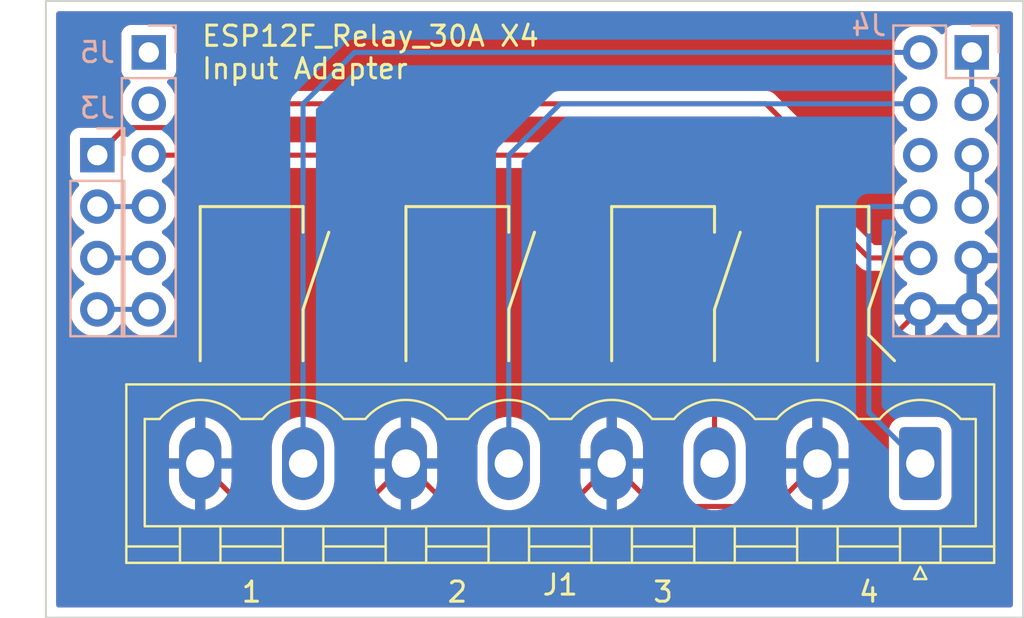
<source format=kicad_pcb>
(kicad_pcb (version 20211014) (generator pcbnew)
  (title_block (comment 4 "AISLER Project ID: AGERLVOA"))
  (layers (0 "F.Cu" signal) (31 "B.Cu" signal) (34 "B.Paste" user) (35 "F.Paste" user) (36 "B.SilkS" user "B.Silkscreen") (37 "F.SilkS" user "F.Silkscreen") (38 "B.Mask" user) (39 "F.Mask" user) (44 "Edge.Cuts" user))
  (net 0 "")
  (net 1 "Input 1")
  (net 2 "GND")
  (net 3 "Input 2")
  (net 4 "Input 3")
  (net 5 "Input 4")
  (net 6 "Relays 1")
  (net 7 "Relays 2")
  (net 8 "Relays 3")
  (net 9 "Relays 4")
  (net 10 "+3V3")
  (net 12 "+5V")
  (footprint "Connector_Phoenix_MSTB:PhoenixContact_MSTBVA_2,5_8-G-5,08_1x08_P5.08mm_Vertical" (layer "F.Cu") (at 185.42 99.06 180)
    (fp_text reference "J1" (at 17.78 -6) (layer "F.SilkS"))
    (fp_text value "Conn_01x08")
    (fp_line (start 21.32 -3.1) (end 19.32 -3.1) (layer "F.SilkS") (width 0.12))
    (fp_line (start 39.21 3.91) (end 39.21 -4.91) (layer "F.SilkS") (width 0.12))
    (fp_line (start 21.32 -4.1) (end 24.4 -4.1) (layer "F.SilkS") (width 0.12))
    (fp_line (start 24.4 -3.1) (end 24.4 -4.91) (layer "F.SilkS") (width 0.12))
    (fp_line (start 16.24 -4.1) (end 19.32 -4.1) (layer "F.SilkS") (width 0.12))
    (fp_line (start 19.32 -4.91) (end 21.32 -4.91) (layer "F.SilkS") (width 0.12))
    (fp_line (start -0.3 -5.71) (end 0.3 -5.71) (layer "F.SilkS") (width 0.12))
    (fp_line (start 29.48 -4.91) (end 31.48 -4.91) (layer "F.SilkS") (width 0.12))
    (fp_line (start -3.65 -4.91) (end -3.65 3.91) (layer "F.SilkS") (width 0.12))
    (fp_line (start -1 -3.1) (end -1 -4.91) (layer "F.SilkS") (width 0.12))
    (fp_line (start 31.48 -3.1) (end 29.48 -3.1) (layer "F.SilkS") (width 0.12))
    (fp_line (start 16.24 -3.1) (end 14.24 -3.1) (layer "F.SilkS") (width 0.12))
    (fp_line (start 2 2.2) (end 3.08 2.2) (layer "F.SilkS") (width 0.12))
    (fp_line (start 22.32 2.2) (end 23.4 2.2) (layer "F.SilkS") (width 0.12))
    (fp_line (start 39.21 -4.91) (end -3.65 -4.91) (layer "F.SilkS") (width 0.12))
    (fp_line (start 24.4 -4.91) (end 26.4 -4.91) (layer "F.SilkS") (width 0.12))
    (fp_line (start 36.56 -4.91) (end 36.56 -3.1) (layer "F.SilkS") (width 0.12))
    (fp_line (start 34.56 -3.1) (end 34.56 -4.91) (layer "F.SilkS") (width 0.12))
    (fp_line (start 6.08 -4.91) (end 6.08 -3.1) (layer "F.SilkS") (width 0.12))
    (fp_line (start 0.3 -5.71) (end 0 -5.11) (layer "F.SilkS") (width 0.12))
    (fp_line (start 19.32 -3.1) (end 19.32 -4.91) (layer "F.SilkS") (width 0.12))
    (fp_line (start 26.4 -4.1) (end 29.48 -4.1) (layer "F.SilkS") (width 0.12))
    (fp_line (start 29.48 -3.1) (end 29.48 -4.91) (layer "F.SilkS") (width 0.12))
    (fp_line (start 6.08 -4.1) (end 9.16 -4.1) (layer "F.SilkS") (width 0.12))
    (fp_line (start 31.48 -4.1) (end 34.56 -4.1) (layer "F.SilkS") (width 0.12))
    (fp_line (start -2.74 2.2) (end -2.74 -3.1) (layer "F.SilkS") (width 0.12))
    (fp_line (start 4.08 -3.1) (end 4.08 -4.91) (layer "F.SilkS") (width 0.12))
    (fp_line (start 7.08 2.2) (end 8.16 2.2) (layer "F.SilkS") (width 0.12))
    (fp_line (start -2 2.2) (end -2.74 2.2) (layer "F.SilkS") (width 0.12))
    (fp_line (start -3.65 -4.1) (end -1.11 -4.1) (layer "F.SilkS") (width 0.12))
    (fp_line (start 27.4 2.2) (end 28.48 2.2) (layer "F.SilkS") (width 0.12))
    (fp_line (start 11.16 -4.91) (end 11.16 -3.1) (layer "F.SilkS") (width 0.12))
    (fp_line (start -2.74 -3.1) (end 38.3 -3.1) (layer "F.SilkS") (width 0.12))
    (fp_line (start 38.3 -3.1) (end 38.3 2.2) (layer "F.SilkS") (width 0.12))
    (fp_line (start 9.16 -4.91) (end 11.16 -4.91) (layer "F.SilkS") (width 0.12))
    (fp_line (start 6.08 -3.1) (end 4.08 -3.1) (layer "F.SilkS") (width 0.12))
    (fp_line (start 9.16 -3.1) (end 9.16 -4.91) (layer "F.SilkS") (width 0.12))
    (fp_line (start 26.4 -3.1) (end 24.4 -3.1) (layer "F.SilkS") (width 0.12))
    (fp_line (start 36.56 -3.1) (end 34.56 -3.1) (layer "F.SilkS") (width 0.12))
    (fp_line (start -1 -4.91) (end 1 -4.91) (layer "F.SilkS") (width 0.12))
    (fp_line (start 0 -5.11) (end -0.3 -5.71) (layer "F.SilkS") (width 0.12))
    (fp_line (start 26.4 -4.91) (end 26.4 -3.1) (layer "F.SilkS") (width 0.12))
    (fp_line (start 16.24 -4.91) (end 16.24 -3.1) (layer "F.SilkS") (width 0.12))
    (fp_line (start 34.56 -4.91) (end 36.56 -4.91) (layer "F.SilkS") (width 0.12))
    (fp_line (start 31.48 -4.91) (end 31.48 -3.1) (layer "F.SilkS") (width 0.12))
    (fp_line (start 21.32 -4.91) (end 21.32 -3.1) (layer "F.SilkS") (width 0.12))
    (fp_line (start 1 -4.91) (end 1 -3.1) (layer "F.SilkS") (width 0.12))
    (fp_line (start 4.08 -4.91) (end 6.08 -4.91) (layer "F.SilkS") (width 0.12))
    (fp_line (start 17.24 2.2) (end 18.32 2.2) (layer "F.SilkS") (width 0.12))
    (fp_line (start 14.24 -4.91) (end 16.24 -4.91) (layer "F.SilkS") (width 0.12))
    (fp_line (start 32.48 2.2) (end 33.56 2.2) (layer "F.SilkS") (width 0.12))
    (fp_line (start 1 -4.1) (end 4.08 -4.1) (layer "F.SilkS") (width 0.12))
    (fp_line (start 14.24 -3.1) (end 14.24 -4.91) (layer "F.SilkS") (width 0.12))
    (fp_line (start 1 -3.1) (end -1 -3.1) (layer "F.SilkS") (width 0.12))
    (fp_line (start 11.16 -3.1) (end 9.16 -3.1) (layer "F.SilkS") (width 0.12))
    (fp_line (start 38.3 2.2) (end 37.56 2.2) (layer "F.SilkS") (width 0.12))
    (fp_line (start 39.21 -4.1) (end 36.67 -4.1) (layer "F.SilkS") (width 0.12))
    (fp_line (start 12.16 2.2) (end 13.24 2.2) (layer "F.SilkS") (width 0.12))
    (fp_line (start -3.65 3.91) (end 39.21 3.91) (layer "F.SilkS") (width 0.12))
    (fp_line (start 11.16 -4.1) (end 14.24 -4.1) (layer "F.SilkS") (width 0.12))
    (fp_arc (start 37.546842 2.215821) (mid 35.549711 3.142758) (end 33.56 2.2) (layer "F.SilkS") (width 0.12))
    (fp_arc (start 12.146842 2.215821) (mid 10.149711 3.142758) (end 8.16 2.2) (layer "F.SilkS") (width 0.12))
    (fp_arc (start 7.066842 2.215821) (mid 5.069711 3.142758) (end 3.08 2.2) (layer "F.SilkS") (width 0.12))
    (fp_arc (start 1.986842 2.215821) (mid -0.010289 3.142758) (end -2 2.2) (layer "F.SilkS") (width 0.12))
    (fp_arc (start 22.306842 2.215821) (mid 20.309711 3.142758) (end 18.32 2.2) (layer "F.SilkS") (width 0.12))
    (fp_arc (start 32.466842 2.215821) (mid 30.469711 3.142758) (end 28.48 2.2) (layer "F.SilkS") (width 0.12))
    (fp_arc (start 27.386842 2.215821) (mid 25.389711 3.142758) (end 23.4 2.2) (layer "F.SilkS") (width 0.12))
    (fp_arc (start 17.226842 2.215821) (mid 15.229711 3.142758) (end 13.24 2.2) (layer "F.SilkS") (width 0.12))
    (pad "1" thru_hole roundrect (at 0 0 180) (size 2.08 3.6) (drill 1.4) (layers *.Cu *.Mask) (roundrect_rratio 0.1201918269) (net 5 "Input 4"))
    (pad "2" thru_hole oval (at 5.08 0 180) (size 2.08 3.6) (drill 1.4) (layers *.Cu *.Mask) (net 2 "GND"))
    (pad "3" thru_hole oval (at 10.16 0 180) (size 2.08 3.6) (drill 1.4) (layers *.Cu *.Mask) (net 4 "Input 3"))
    (pad "4" thru_hole oval (at 15.24 0 180) (size 2.08 3.6) (drill 1.4) (layers *.Cu *.Mask) (net 2 "GND"))
    (pad "5" thru_hole oval (at 20.32 0 180) (size 2.08 3.6) (drill 1.4) (layers *.Cu *.Mask) (net 3 "Input 2"))
    (pad "6" thru_hole oval (at 25.4 0 180) (size 2.08 3.6) (drill 1.4) (layers *.Cu *.Mask) (net 2 "GND"))
    (pad "7" thru_hole oval (at 30.48 0 180) (size 2.08 3.6) (drill 1.4) (layers *.Cu *.Mask) (net 1 "Input 1"))
    (pad "8" thru_hole oval (at 35.56 0 180) (size 2.08 3.6) (drill 1.4) (layers *.Cu *.Mask) (net 2 "GND"))
  )
  (footprint "Connector_PinHeader_2.54mm:PinHeader_1x04_P2.54mm_Vertical" (layer "B.Cu") (at 144.78 83.82 180)
    (fp_text reference "J3" (at 0 2.33) (layer "B.SilkS") (effects (justify mirror)))
    (fp_text value "Relais")
    (fp_line (start 1.33 -1.27) (end 1.33 -8.95) (layer "B.SilkS") (width 0.12))
    (fp_line (start -1.33 -1.27) (end 1.33 -1.27) (layer "B.SilkS") (width 0.12))
    (fp_line (start -1.33 -8.95) (end 1.33 -8.95) (layer "B.SilkS") (width 0.12))
    (fp_line (start -1.33 0) (end -1.33 1.33) (layer "B.SilkS") (width 0.12))
    (fp_line (start -1.33 1.33) (end 0 1.33) (layer "B.SilkS") (width 0.12))
    (fp_line (start -1.33 -1.27) (end -1.33 -8.95) (layer "B.SilkS") (width 0.12))
    (pad "1" thru_hole rect (at 0 0 180) (size 1.7 1.7) (drill 1) (layers *.Cu *.Mask) (net 6 "Relays 1"))
    (pad "2" thru_hole oval (at 0 -2.54 180) (size 1.7 1.7) (drill 1) (layers *.Cu *.Mask) (net 7 "Relays 2"))
    (pad "3" thru_hole oval (at 0 -5.08 180) (size 1.7 1.7) (drill 1) (layers *.Cu *.Mask) (net 8 "Relays 3"))
    (pad "4" thru_hole oval (at 0 -7.62 180) (size 1.7 1.7) (drill 1) (layers *.Cu *.Mask) (net 9 "Relays 4"))
  )
  (footprint "Connector_PinHeader_2.54mm:PinHeader_1x06_P2.54mm_Vertical" (layer "B.Cu") (at 147.32 78.74 180)
    (fp_text reference "J5" (at 2.54 0) (layer "B.SilkS") (effects (justify mirror)))
    (fp_text value "I/O 1")
    (fp_line (start -1.33 0) (end -1.33 1.33) (layer "B.SilkS") (width 0.12))
    (fp_line (start 1.33 -1.27) (end 1.33 -14.03) (layer "B.SilkS") (width 0.12))
    (fp_line (start -1.33 1.33) (end 0 1.33) (layer "B.SilkS") (width 0.12))
    (fp_line (start -1.33 -14.03) (end 1.33 -14.03) (layer "B.SilkS") (width 0.12))
    (fp_line (start -1.33 -1.27) (end 1.33 -1.27) (layer "B.SilkS") (width 0.12))
    (fp_line (start -1.33 -1.27) (end -1.33 -14.03) (layer "B.SilkS") (width 0.12))
    (pad "1" thru_hole rect (at 0 0 180) (size 1.7 1.7) (drill 1) (layers *.Cu *.Mask))
    (pad "2" thru_hole oval (at 0 -2.54 180) (size 1.7 1.7) (drill 1) (layers *.Cu *.Mask))
    (pad "3" thru_hole oval (at 0 -5.08 180) (size 1.7 1.7) (drill 1) (layers *.Cu *.Mask) (net 4 "Input 3"))
    (pad "4" thru_hole oval (at 0 -7.62 180) (size 1.7 1.7) (drill 1) (layers *.Cu *.Mask) (net 7 "Relays 2"))
    (pad "5" thru_hole oval (at 0 -10.16 180) (size 1.7 1.7) (drill 1) (layers *.Cu *.Mask) (net 8 "Relays 3"))
    (pad "6" thru_hole oval (at 0 -12.7 180) (size 1.7 1.7) (drill 1) (layers *.Cu *.Mask) (net 9 "Relays 4"))
  )
  (footprint "Connector_PinHeader_2.54mm:PinHeader_2x06_P2.54mm_Vertical" (layer "B.Cu") (at 187.96 78.74 180)
    (fp_text reference "J4" (at 5.08 1.33) (layer "B.SilkS") (effects (justify mirror)))
    (fp_text value "I/O 2")
    (fp_line (start 1.27 -1.27) (end 1.27 1.33) (layer "B.SilkS") (width 0.12))
    (fp_line (start -1.33 -1.27) (end 1.27 -1.27) (layer "B.SilkS") (width 0.12))
    (fp_line (start -1.33 1.33) (end 0 1.33) (layer "B.SilkS") (width 0.12))
    (fp_line (start -1.33 -1.27) (end -1.33 -14.03) (layer "B.SilkS") (width 0.12))
    (fp_line (start -1.33 0) (end -1.33 1.33) (layer "B.SilkS") (width 0.12))
    (fp_line (start -1.33 -14.03) (end 3.87 -14.03) (layer "B.SilkS") (width 0.12))
    (fp_line (start 1.27 1.33) (end 3.87 1.33) (layer "B.SilkS") (width 0.12))
    (fp_line (start 3.87 1.33) (end 3.87 -14.03) (layer "B.SilkS") (width 0.12))
    (pad "1" thru_hole rect (at 0 0 180) (size 1.7 1.7) (drill 1) (layers *.Cu *.Mask) (net 10 "+3V3"))
    (pad "2" thru_hole oval (at 2.54 0 180) (size 1.7 1.7) (drill 1) (layers *.Cu *.Mask) (net 1 "Input 1"))
    (pad "3" thru_hole oval (at 0 -2.54 180) (size 1.7 1.7) (drill 1) (layers *.Cu *.Mask) (net 10 "+3V3"))
    (pad "4" thru_hole oval (at 2.54 -2.54 180) (size 1.7 1.7) (drill 1) (layers *.Cu *.Mask) (net 3 "Input 2"))
    (pad "5" thru_hole oval (at 0 -5.08 180) (size 1.7 1.7) (drill 1) (layers *.Cu *.Mask) (net 12 "+5V"))
    (pad "6" thru_hole oval (at 2.54 -5.08 180) (size 1.7 1.7) (drill 1) (layers *.Cu *.Mask))
    (pad "7" thru_hole oval (at 0 -7.62 180) (size 1.7 1.7) (drill 1) (layers *.Cu *.Mask) (net 12 "+5V"))
    (pad "8" thru_hole oval (at 2.54 -7.62 180) (size 1.7 1.7) (drill 1) (layers *.Cu *.Mask) (net 5 "Input 4"))
    (pad "9" thru_hole oval (at 0 -10.16 180) (size 1.7 1.7) (drill 1) (layers *.Cu *.Mask) (net 2 "GND"))
    (pad "10" thru_hole oval (at 2.54 -10.16 180) (size 1.7 1.7) (drill 1) (layers *.Cu *.Mask) (net 6 "Relays 1"))
    (pad "11" thru_hole oval (at 0 -12.7 180) (size 1.7 1.7) (drill 1) (layers *.Cu *.Mask) (net 2 "GND"))
    (pad "12" thru_hole oval (at 2.54 -12.7 180) (size 1.7 1.7) (drill 1) (layers *.Cu *.Mask) (net 2 "GND"))
  )
  (gr_line (start 154.94 91.44) (end 156.21 87.63) (layer "F.SilkS") (width 0.15))
  (gr_line (start 182.88 86.36) (end 180.34 86.36) (layer "F.SilkS") (width 0.15))
  (gr_line (start 154.94 93.98) (end 154.94 91.44) (layer "F.SilkS") (width 0.15))
  (gr_line (start 175.26 86.36) (end 170.18 86.36) (layer "F.SilkS") (width 0.15))
  (gr_line (start 175.26 93.98) (end 175.26 91.44) (layer "F.SilkS") (width 0.15))
  (gr_line (start 165.1 86.36) (end 160.02 86.36) (layer "F.SilkS") (width 0.15))
  (gr_line (start 165.1 91.44) (end 166.37 87.63) (layer "F.SilkS") (width 0.15))
  (gr_line (start 165.1 93.98) (end 165.1 91.44) (layer "F.SilkS") (width 0.15))
  (gr_line (start 154.94 87.63) (end 154.94 86.36) (layer "F.SilkS") (width 0.15))
  (gr_line (start 154.94 86.36) (end 149.86 86.36) (layer "F.SilkS") (width 0.15))
  (gr_line (start 165.1 87.63) (end 165.1 86.36) (layer "F.SilkS") (width 0.15))
  (gr_line (start 149.86 86.36) (end 149.86 93.98) (layer "F.SilkS") (width 0.15))
  (gr_line (start 182.88 87.63) (end 182.88 86.36) (layer "F.SilkS") (width 0.15))
  (gr_line (start 160.02 86.36) (end 160.02 93.98) (layer "F.SilkS") (width 0.15))
  (gr_line (start 182.88 91.44) (end 184.15 87.63) (layer "F.SilkS") (width 0.15))
  (gr_line (start 182.88 92.71) (end 182.88 91.44) (layer "F.SilkS") (width 0.15))
  (gr_line (start 180.34 86.36) (end 180.34 93.98) (layer "F.SilkS") (width 0.15))
  (gr_line (start 175.26 87.63) (end 175.26 86.36) (layer "F.SilkS") (width 0.15))
  (gr_line (start 175.26 91.44) (end 176.53 87.63) (layer "F.SilkS") (width 0.15))
  (gr_line (start 170.18 86.36) (end 170.18 93.98) (layer "F.SilkS") (width 0.15))
  (gr_line (start 182.88 92.71) (end 184.15 93.98) (layer "F.SilkS") (width 0.15))
  (gr_rect (start 142.24 76.2) (end 190.5 106.68) (layer "Edge.Cuts") (width 0.1) (fill none))
  (gr_text "2" (at 162.56 105.41) (layer "F.SilkS") (effects (font (size 1 1))))
  (gr_text "4" (at 182.88 105.41) (layer "F.SilkS") (effects (font (size 1 1))))
  (gr_text "ESP12F_Relay_30A X4\nInput Adapter" (at 149.86 78.74) (layer "F.SilkS") (effects (font (size 1 1)) (justify left)))
  (gr_text "3" (at 172.72 105.41) (layer "F.SilkS") (effects (font (size 1 1))))
  (gr_text "1" (at 152.4 105.41) (layer "F.SilkS") (effects (font (size 1 1))))
  (segment (start 157.48 78.74) (end 154.94 81.28) (width 0.25) (layer "B.Cu") (net 1))
  (segment (start 154.94 81.28) (end 154.94 99.06) (width 0.25) (layer "B.Cu") (net 1))
  (segment (start 185.42 78.74) (end 157.48 78.74) (width 0.25) (layer "B.Cu") (net 1))
  (segment (start 172.30452 101.18452) (end 170.18 99.06) (width 0.25) (layer "F.Cu") (net 2))
  (segment (start 167.64 101.6) (end 162.56 101.6) (width 0.25) (layer "F.Cu") (net 2))
  (segment (start 180.34 99.06) (end 178.21548 101.18452) (width 0.25) (layer "F.Cu") (net 2))
  (segment (start 185.42 91.44) (end 180.34 96.52) (width 0.25) (layer "F.Cu") (net 2))
  (segment (start 180.34 96.52) (end 180.34 99.06) (width 0.25) (layer "F.Cu") (net 2))
  (segment (start 178.21548 101.18452) (end 172.30452 101.18452) (width 0.25) (layer "F.Cu") (net 2))
  (segment (start 152.4 101.6) (end 149.86 99.06) (width 0.25) (layer "F.Cu") (net 2))
  (segment (start 170.18 99.06) (end 167.64 101.6) (width 0.25) (layer "F.Cu") (net 2))
  (segment (start 162.56 101.6) (end 160.02 99.06) (width 0.25) (layer "F.Cu") (net 2))
  (segment (start 160.02 99.06) (end 157.48 101.6) (width 0.25) (layer "F.Cu") (net 2))
  (segment (start 157.48 101.6) (end 152.4 101.6) (width 0.25) (layer "F.Cu") (net 2))
  (segment (start 187.96 88.9) (end 187.96 91.44) (width 0.25) (layer "B.Cu") (net 2))
  (segment (start 185.42 91.44) (end 187.96 91.44) (width 0.25) (layer "B.Cu") (net 2))
  (segment (start 185.42 81.28) (end 167.64 81.28) (width 0.25) (layer "B.Cu") (net 3))
  (segment (start 165.1 83.82) (end 165.1 99.06) (width 0.25) (layer "B.Cu") (net 3))
  (segment (start 167.64 81.28) (end 165.1 83.82) (width 0.25) (layer "B.Cu") (net 3))
  (segment (start 147.32 83.82) (end 172.72 83.82) (width 0.25) (layer "F.Cu") (net 4))
  (segment (start 175.26 86.36) (end 175.26 99.06) (width 0.25) (layer "F.Cu") (net 4))
  (segment (start 172.72 83.82) (end 175.26 86.36) (width 0.25) (layer "F.Cu") (net 4))
  (segment (start 182.88 96.52) (end 185.42 99.06) (width 0.25) (layer "B.Cu") (net 5))
  (segment (start 185.42 86.36) (end 182.88 86.36) (width 0.25) (layer "B.Cu") (net 5))
  (segment (start 182.88 86.36) (end 182.88 96.52) (width 0.25) (layer "B.Cu") (net 5))
  (segment (start 177.8 81.28) (end 152.4 81.28) (width 0.25) (layer "F.Cu") (net 6))
  (segment (start 185.42 88.9) (end 182.88 88.9) (width 0.25) (layer "F.Cu") (net 6))
  (segment (start 152.4 81.28) (end 151.225489 82.454511) (width 0.25) (layer "F.Cu") (net 6))
  (segment (start 180.34 83.82) (end 177.8 81.28) (width 0.25) (layer "F.Cu") (net 6))
  (segment (start 182.88 88.9) (end 180.34 86.36) (width 0.25) (layer "F.Cu") (net 6))
  (segment (start 151.225489 82.454511) (end 146.145489 82.454511) (width 0.25) (layer "F.Cu") (net 6))
  (segment (start 180.34 86.36) (end 180.34 83.82) (width 0.25) (layer "F.Cu") (net 6))
  (segment (start 146.145489 82.454511) (end 144.78 83.82) (width 0.25) (layer "F.Cu") (net 6))
  (segment (start 144.78 86.36) (end 147.32 86.36) (width 0.25) (layer "B.Cu") (net 7))
  (segment (start 144.78 88.9) (end 147.32 88.9) (width 0.25) (layer "B.Cu") (net 8))
  (segment (start 144.78 91.44) (end 147.32 91.44) (width 0.25) (layer "B.Cu") (net 9))
  (segment (start 187.96 81.28) (end 187.96 78.74) (width 0.25) (layer "B.Cu") (net 10))
  (segment (start 187.96 86.36) (end 187.96 83.82) (width 0.25) (layer "B.Cu") (net 12))
  (zone (net 2) (net_name "GND") (layer "F.Cu") (connect_pads (clearance 0.508)) (min_thickness 0.254) (fill yes (thermal_gap 0.508) (thermal_bridge_width 0.508))
    (polygon (pts (xy 190.5 106.68) (xy 142.24 106.68) (xy 142.24 76.2) (xy 190.5 76.2)))
  )
  (zone (net 2) (net_name "GND") (layer "B.Cu") (connect_pads (clearance 0.508)) (min_thickness 0.254) (fill yes (thermal_gap 0.508) (thermal_bridge_width 0.508))
    (polygon (pts (xy 190.5 106.68) (xy 142.24 106.68) (xy 142.24 76.2) (xy 190.5 76.2)))
  )
)
</source>
